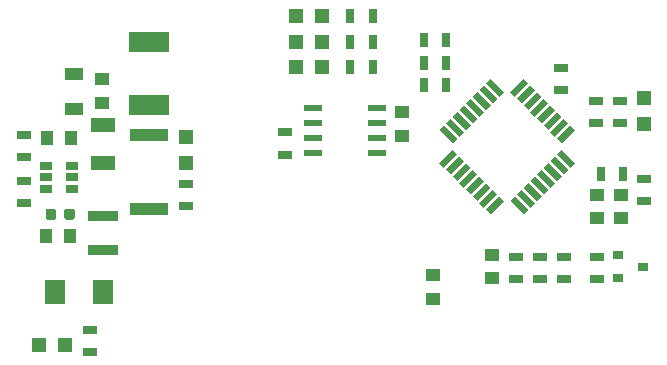
<source format=gbr>
G04 #@! TF.GenerationSoftware,KiCad,Pcbnew,5.1.4-e60b266~84~ubuntu18.04.1*
G04 #@! TF.CreationDate,2019-12-14T18:51:20-05:00*
G04 #@! TF.ProjectId,dashboard_MKV_ewan,64617368-626f-4617-9264-5f4d4b565f65,rev?*
G04 #@! TF.SameCoordinates,Original*
G04 #@! TF.FileFunction,Paste,Top*
G04 #@! TF.FilePolarity,Positive*
%FSLAX46Y46*%
G04 Gerber Fmt 4.6, Leading zero omitted, Abs format (unit mm)*
G04 Created by KiCad (PCBNEW 5.1.4-e60b266~84~ubuntu18.04.1) date 2019-12-14 18:51:20*
%MOMM*%
%LPD*%
G04 APERTURE LIST*
%ADD10R,1.550000X0.600000*%
%ADD11R,1.300000X0.700000*%
%ADD12C,0.550000*%
%ADD13C,0.100000*%
%ADD14R,3.500000X1.780000*%
%ADD15R,1.000000X1.250000*%
%ADD16R,2.500000X0.900000*%
%ADD17R,2.000000X1.200000*%
%ADD18R,3.200000X1.000000*%
%ADD19R,1.060000X0.650000*%
%ADD20R,1.600000X1.000000*%
%ADD21R,1.250000X1.000000*%
%ADD22R,1.778000X2.159000*%
%ADD23R,1.200000X1.200000*%
%ADD24C,0.875000*%
%ADD25R,0.900000X0.800000*%
%ADD26R,0.700000X1.300000*%
G04 APERTURE END LIST*
D10*
X202344000Y-77724000D03*
X202344000Y-76454000D03*
X202344000Y-75184000D03*
X202344000Y-73914000D03*
X196944000Y-73914000D03*
X196944000Y-75184000D03*
X196944000Y-76454000D03*
X196944000Y-77724000D03*
D11*
X194564000Y-76012000D03*
X194564000Y-77912000D03*
D12*
X212334695Y-72230897D03*
D13*
G36*
X211574555Y-71859666D02*
G01*
X211963464Y-71470757D01*
X213094835Y-72602128D01*
X212705926Y-72991037D01*
X211574555Y-71859666D01*
X211574555Y-71859666D01*
G37*
D12*
X211769010Y-72796583D03*
D13*
G36*
X211008870Y-72425352D02*
G01*
X211397779Y-72036443D01*
X212529150Y-73167814D01*
X212140241Y-73556723D01*
X211008870Y-72425352D01*
X211008870Y-72425352D01*
G37*
D12*
X211203324Y-73362268D03*
D13*
G36*
X210443184Y-72991037D02*
G01*
X210832093Y-72602128D01*
X211963464Y-73733499D01*
X211574555Y-74122408D01*
X210443184Y-72991037D01*
X210443184Y-72991037D01*
G37*
D12*
X210637639Y-73927953D03*
D13*
G36*
X209877499Y-73556722D02*
G01*
X210266408Y-73167813D01*
X211397779Y-74299184D01*
X211008870Y-74688093D01*
X209877499Y-73556722D01*
X209877499Y-73556722D01*
G37*
D12*
X210071953Y-74493639D03*
D13*
G36*
X209311813Y-74122408D02*
G01*
X209700722Y-73733499D01*
X210832093Y-74864870D01*
X210443184Y-75253779D01*
X209311813Y-74122408D01*
X209311813Y-74122408D01*
G37*
D12*
X209506268Y-75059324D03*
D13*
G36*
X208746128Y-74688093D02*
G01*
X209135037Y-74299184D01*
X210266408Y-75430555D01*
X209877499Y-75819464D01*
X208746128Y-74688093D01*
X208746128Y-74688093D01*
G37*
D12*
X208940583Y-75625010D03*
D13*
G36*
X208180443Y-75253779D02*
G01*
X208569352Y-74864870D01*
X209700723Y-75996241D01*
X209311814Y-76385150D01*
X208180443Y-75253779D01*
X208180443Y-75253779D01*
G37*
D12*
X208374897Y-76190695D03*
D13*
G36*
X207614757Y-75819464D02*
G01*
X208003666Y-75430555D01*
X209135037Y-76561926D01*
X208746128Y-76950835D01*
X207614757Y-75819464D01*
X207614757Y-75819464D01*
G37*
D12*
X208374897Y-78241305D03*
D13*
G36*
X208003666Y-79001445D02*
G01*
X207614757Y-78612536D01*
X208746128Y-77481165D01*
X209135037Y-77870074D01*
X208003666Y-79001445D01*
X208003666Y-79001445D01*
G37*
D12*
X208940583Y-78806990D03*
D13*
G36*
X208569352Y-79567130D02*
G01*
X208180443Y-79178221D01*
X209311814Y-78046850D01*
X209700723Y-78435759D01*
X208569352Y-79567130D01*
X208569352Y-79567130D01*
G37*
D12*
X209506268Y-79372676D03*
D13*
G36*
X209135037Y-80132816D02*
G01*
X208746128Y-79743907D01*
X209877499Y-78612536D01*
X210266408Y-79001445D01*
X209135037Y-80132816D01*
X209135037Y-80132816D01*
G37*
D12*
X210071953Y-79938361D03*
D13*
G36*
X209700722Y-80698501D02*
G01*
X209311813Y-80309592D01*
X210443184Y-79178221D01*
X210832093Y-79567130D01*
X209700722Y-80698501D01*
X209700722Y-80698501D01*
G37*
D12*
X210637639Y-80504047D03*
D13*
G36*
X210266408Y-81264187D02*
G01*
X209877499Y-80875278D01*
X211008870Y-79743907D01*
X211397779Y-80132816D01*
X210266408Y-81264187D01*
X210266408Y-81264187D01*
G37*
D12*
X211203324Y-81069732D03*
D13*
G36*
X210832093Y-81829872D02*
G01*
X210443184Y-81440963D01*
X211574555Y-80309592D01*
X211963464Y-80698501D01*
X210832093Y-81829872D01*
X210832093Y-81829872D01*
G37*
D12*
X211769010Y-81635417D03*
D13*
G36*
X211397779Y-82395557D02*
G01*
X211008870Y-82006648D01*
X212140241Y-80875277D01*
X212529150Y-81264186D01*
X211397779Y-82395557D01*
X211397779Y-82395557D01*
G37*
D12*
X212334695Y-82201103D03*
D13*
G36*
X211963464Y-82961243D02*
G01*
X211574555Y-82572334D01*
X212705926Y-81440963D01*
X213094835Y-81829872D01*
X211963464Y-82961243D01*
X211963464Y-82961243D01*
G37*
D12*
X214385305Y-82201103D03*
D13*
G36*
X213625165Y-81829872D02*
G01*
X214014074Y-81440963D01*
X215145445Y-82572334D01*
X214756536Y-82961243D01*
X213625165Y-81829872D01*
X213625165Y-81829872D01*
G37*
D12*
X214950990Y-81635417D03*
D13*
G36*
X214190850Y-81264186D02*
G01*
X214579759Y-80875277D01*
X215711130Y-82006648D01*
X215322221Y-82395557D01*
X214190850Y-81264186D01*
X214190850Y-81264186D01*
G37*
D12*
X215516676Y-81069732D03*
D13*
G36*
X214756536Y-80698501D02*
G01*
X215145445Y-80309592D01*
X216276816Y-81440963D01*
X215887907Y-81829872D01*
X214756536Y-80698501D01*
X214756536Y-80698501D01*
G37*
D12*
X216082361Y-80504047D03*
D13*
G36*
X215322221Y-80132816D02*
G01*
X215711130Y-79743907D01*
X216842501Y-80875278D01*
X216453592Y-81264187D01*
X215322221Y-80132816D01*
X215322221Y-80132816D01*
G37*
D12*
X216648047Y-79938361D03*
D13*
G36*
X215887907Y-79567130D02*
G01*
X216276816Y-79178221D01*
X217408187Y-80309592D01*
X217019278Y-80698501D01*
X215887907Y-79567130D01*
X215887907Y-79567130D01*
G37*
D12*
X217213732Y-79372676D03*
D13*
G36*
X216453592Y-79001445D02*
G01*
X216842501Y-78612536D01*
X217973872Y-79743907D01*
X217584963Y-80132816D01*
X216453592Y-79001445D01*
X216453592Y-79001445D01*
G37*
D12*
X217779417Y-78806990D03*
D13*
G36*
X217019277Y-78435759D02*
G01*
X217408186Y-78046850D01*
X218539557Y-79178221D01*
X218150648Y-79567130D01*
X217019277Y-78435759D01*
X217019277Y-78435759D01*
G37*
D12*
X218345103Y-78241305D03*
D13*
G36*
X217584963Y-77870074D02*
G01*
X217973872Y-77481165D01*
X219105243Y-78612536D01*
X218716334Y-79001445D01*
X217584963Y-77870074D01*
X217584963Y-77870074D01*
G37*
D12*
X218345103Y-76190695D03*
D13*
G36*
X217973872Y-76950835D02*
G01*
X217584963Y-76561926D01*
X218716334Y-75430555D01*
X219105243Y-75819464D01*
X217973872Y-76950835D01*
X217973872Y-76950835D01*
G37*
D12*
X217779417Y-75625010D03*
D13*
G36*
X217408186Y-76385150D02*
G01*
X217019277Y-75996241D01*
X218150648Y-74864870D01*
X218539557Y-75253779D01*
X217408186Y-76385150D01*
X217408186Y-76385150D01*
G37*
D12*
X217213732Y-75059324D03*
D13*
G36*
X216842501Y-75819464D02*
G01*
X216453592Y-75430555D01*
X217584963Y-74299184D01*
X217973872Y-74688093D01*
X216842501Y-75819464D01*
X216842501Y-75819464D01*
G37*
D12*
X216648047Y-74493639D03*
D13*
G36*
X216276816Y-75253779D02*
G01*
X215887907Y-74864870D01*
X217019278Y-73733499D01*
X217408187Y-74122408D01*
X216276816Y-75253779D01*
X216276816Y-75253779D01*
G37*
D12*
X216082361Y-73927953D03*
D13*
G36*
X215711130Y-74688093D02*
G01*
X215322221Y-74299184D01*
X216453592Y-73167813D01*
X216842501Y-73556722D01*
X215711130Y-74688093D01*
X215711130Y-74688093D01*
G37*
D12*
X215516676Y-73362268D03*
D13*
G36*
X215145445Y-74122408D02*
G01*
X214756536Y-73733499D01*
X215887907Y-72602128D01*
X216276816Y-72991037D01*
X215145445Y-74122408D01*
X215145445Y-74122408D01*
G37*
D12*
X214950990Y-72796583D03*
D13*
G36*
X214579759Y-73556723D02*
G01*
X214190850Y-73167814D01*
X215322221Y-72036443D01*
X215711130Y-72425352D01*
X214579759Y-73556723D01*
X214579759Y-73556723D01*
G37*
D12*
X214385305Y-72230897D03*
D13*
G36*
X214014074Y-72991037D02*
G01*
X213625165Y-72602128D01*
X214756536Y-71470757D01*
X215145445Y-71859666D01*
X214014074Y-72991037D01*
X214014074Y-72991037D01*
G37*
D11*
X217881200Y-72451000D03*
X217881200Y-70551000D03*
D14*
X183057800Y-73672700D03*
X183057800Y-68392700D03*
D15*
X176437800Y-76530200D03*
X174437800Y-76530200D03*
D16*
X179184300Y-85981200D03*
X179184300Y-83081200D03*
D17*
X179123340Y-78625300D03*
X179123340Y-75425300D03*
D11*
X172435520Y-76207580D03*
X172435520Y-78107580D03*
X172420280Y-81993780D03*
X172420280Y-80093780D03*
X186161200Y-82291000D03*
X186161200Y-80391000D03*
D18*
X183062880Y-76273800D03*
X183062880Y-82473800D03*
D19*
X174322600Y-78874400D03*
X174322600Y-79824400D03*
X174322600Y-80774400D03*
X176522600Y-80774400D03*
X176522600Y-78874400D03*
X176522600Y-79824400D03*
D20*
X176707800Y-74053700D03*
X176707800Y-71053700D03*
D21*
X179057300Y-73529700D03*
X179057300Y-71529700D03*
D22*
X175120300Y-89547700D03*
X179184300Y-89547700D03*
D23*
X186161200Y-78641000D03*
X186161200Y-76441000D03*
X175953600Y-94030800D03*
X173753600Y-94030800D03*
D11*
X178079400Y-92725200D03*
X178079400Y-94625200D03*
D15*
X174326800Y-84749640D03*
X176326800Y-84749640D03*
D13*
G36*
X176544991Y-82469753D02*
G01*
X176566226Y-82472903D01*
X176587050Y-82478119D01*
X176607262Y-82485351D01*
X176626668Y-82494530D01*
X176645081Y-82505566D01*
X176662324Y-82518354D01*
X176678230Y-82532770D01*
X176692646Y-82548676D01*
X176705434Y-82565919D01*
X176716470Y-82584332D01*
X176725649Y-82603738D01*
X176732881Y-82623950D01*
X176738097Y-82644774D01*
X176741247Y-82666009D01*
X176742300Y-82687450D01*
X176742300Y-83199950D01*
X176741247Y-83221391D01*
X176738097Y-83242626D01*
X176732881Y-83263450D01*
X176725649Y-83283662D01*
X176716470Y-83303068D01*
X176705434Y-83321481D01*
X176692646Y-83338724D01*
X176678230Y-83354630D01*
X176662324Y-83369046D01*
X176645081Y-83381834D01*
X176626668Y-83392870D01*
X176607262Y-83402049D01*
X176587050Y-83409281D01*
X176566226Y-83414497D01*
X176544991Y-83417647D01*
X176523550Y-83418700D01*
X176086050Y-83418700D01*
X176064609Y-83417647D01*
X176043374Y-83414497D01*
X176022550Y-83409281D01*
X176002338Y-83402049D01*
X175982932Y-83392870D01*
X175964519Y-83381834D01*
X175947276Y-83369046D01*
X175931370Y-83354630D01*
X175916954Y-83338724D01*
X175904166Y-83321481D01*
X175893130Y-83303068D01*
X175883951Y-83283662D01*
X175876719Y-83263450D01*
X175871503Y-83242626D01*
X175868353Y-83221391D01*
X175867300Y-83199950D01*
X175867300Y-82687450D01*
X175868353Y-82666009D01*
X175871503Y-82644774D01*
X175876719Y-82623950D01*
X175883951Y-82603738D01*
X175893130Y-82584332D01*
X175904166Y-82565919D01*
X175916954Y-82548676D01*
X175931370Y-82532770D01*
X175947276Y-82518354D01*
X175964519Y-82505566D01*
X175982932Y-82494530D01*
X176002338Y-82485351D01*
X176022550Y-82478119D01*
X176043374Y-82472903D01*
X176064609Y-82469753D01*
X176086050Y-82468700D01*
X176523550Y-82468700D01*
X176544991Y-82469753D01*
X176544991Y-82469753D01*
G37*
D24*
X176304800Y-82943700D03*
D13*
G36*
X174969991Y-82469753D02*
G01*
X174991226Y-82472903D01*
X175012050Y-82478119D01*
X175032262Y-82485351D01*
X175051668Y-82494530D01*
X175070081Y-82505566D01*
X175087324Y-82518354D01*
X175103230Y-82532770D01*
X175117646Y-82548676D01*
X175130434Y-82565919D01*
X175141470Y-82584332D01*
X175150649Y-82603738D01*
X175157881Y-82623950D01*
X175163097Y-82644774D01*
X175166247Y-82666009D01*
X175167300Y-82687450D01*
X175167300Y-83199950D01*
X175166247Y-83221391D01*
X175163097Y-83242626D01*
X175157881Y-83263450D01*
X175150649Y-83283662D01*
X175141470Y-83303068D01*
X175130434Y-83321481D01*
X175117646Y-83338724D01*
X175103230Y-83354630D01*
X175087324Y-83369046D01*
X175070081Y-83381834D01*
X175051668Y-83392870D01*
X175032262Y-83402049D01*
X175012050Y-83409281D01*
X174991226Y-83414497D01*
X174969991Y-83417647D01*
X174948550Y-83418700D01*
X174511050Y-83418700D01*
X174489609Y-83417647D01*
X174468374Y-83414497D01*
X174447550Y-83409281D01*
X174427338Y-83402049D01*
X174407932Y-83392870D01*
X174389519Y-83381834D01*
X174372276Y-83369046D01*
X174356370Y-83354630D01*
X174341954Y-83338724D01*
X174329166Y-83321481D01*
X174318130Y-83303068D01*
X174308951Y-83283662D01*
X174301719Y-83263450D01*
X174296503Y-83242626D01*
X174293353Y-83221391D01*
X174292300Y-83199950D01*
X174292300Y-82687450D01*
X174293353Y-82666009D01*
X174296503Y-82644774D01*
X174301719Y-82623950D01*
X174308951Y-82603738D01*
X174318130Y-82584332D01*
X174329166Y-82565919D01*
X174341954Y-82548676D01*
X174356370Y-82532770D01*
X174372276Y-82518354D01*
X174389519Y-82505566D01*
X174407932Y-82494530D01*
X174427338Y-82485351D01*
X174447550Y-82478119D01*
X174468374Y-82472903D01*
X174489609Y-82469753D01*
X174511050Y-82468700D01*
X174948550Y-82468700D01*
X174969991Y-82469753D01*
X174969991Y-82469753D01*
G37*
D24*
X174729800Y-82943700D03*
D21*
X220980000Y-81296000D03*
X220980000Y-83296000D03*
X223012000Y-81296000D03*
X223012000Y-83296000D03*
X207060800Y-90103200D03*
X207060800Y-88103200D03*
X212090000Y-88376000D03*
X212090000Y-86376000D03*
X204470000Y-74311000D03*
X204470000Y-76311000D03*
D23*
X197696000Y-68326000D03*
X195496000Y-68326000D03*
X195496000Y-70485000D03*
X197696000Y-70485000D03*
X195496000Y-66167000D03*
X197696000Y-66167000D03*
X224917000Y-73068000D03*
X224917000Y-75268000D03*
D25*
X222724000Y-86426000D03*
X222724000Y-88326000D03*
X224824000Y-87376000D03*
D26*
X208214000Y-68199000D03*
X206314000Y-68199000D03*
X206314000Y-72009000D03*
X208214000Y-72009000D03*
X221300000Y-79502000D03*
X223200000Y-79502000D03*
D11*
X222885000Y-73345000D03*
X222885000Y-75245000D03*
X220853000Y-73345000D03*
X220853000Y-75245000D03*
D26*
X201991000Y-68326000D03*
X200091000Y-68326000D03*
X200091000Y-70485000D03*
X201991000Y-70485000D03*
X200091000Y-66167000D03*
X201991000Y-66167000D03*
X208214000Y-70104000D03*
X206314000Y-70104000D03*
D11*
X224917000Y-79949000D03*
X224917000Y-81849000D03*
X220980000Y-88453000D03*
X220980000Y-86553000D03*
X218186000Y-86553000D03*
X218186000Y-88453000D03*
X214122000Y-86553000D03*
X214122000Y-88453000D03*
X216154000Y-86553000D03*
X216154000Y-88453000D03*
M02*

</source>
